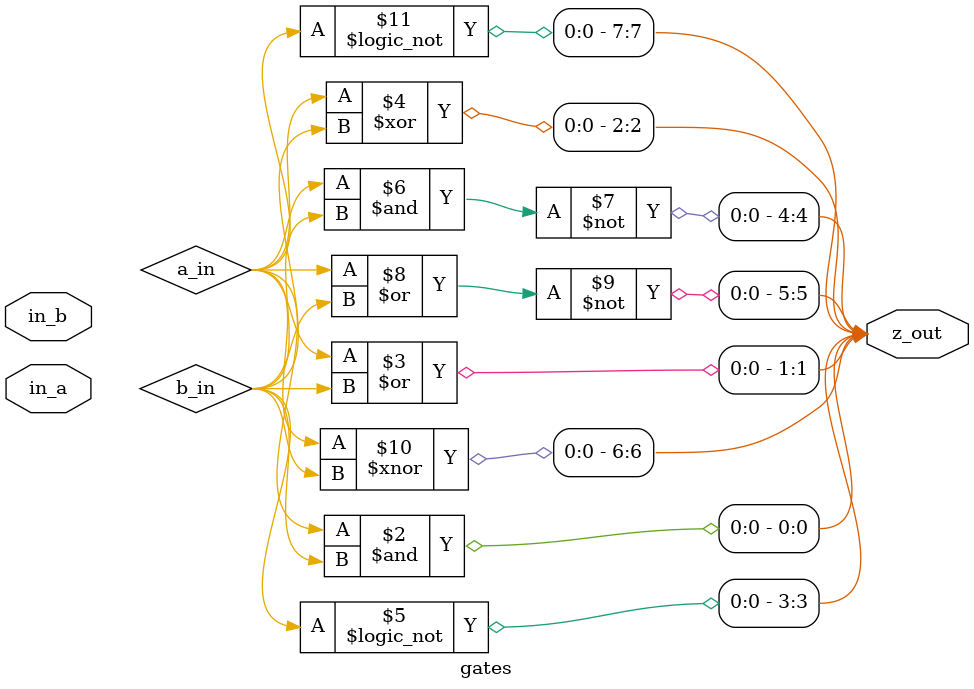
<source format=v>
module gates (
  input wire in_a, in_b,
  
  output wire [7:0] z_out
);
  always @(*)
    begin
      z_out[0] = a_in & b_in; 
      z_out[1] = a_in | b_in;
      z_out[2] = a_in ^ b_in;
      z_out[3] = !b_in;
      z_out[4] = a_in ~& b_in;
      z_out[5] = a_in ~| b_in;
      z_out[6] = a_in ~^ b_in;
      z_out[7] = !a_in;
    end
endmodule
                          
</source>
